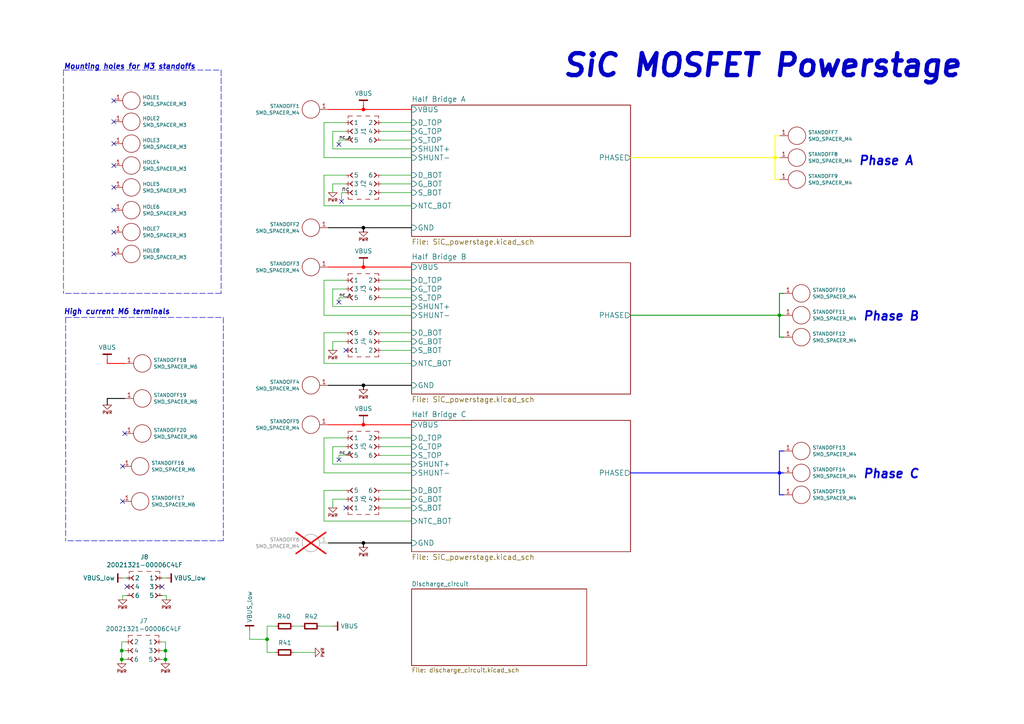
<source format=kicad_sch>
(kicad_sch (version 20231120) (generator "eeschema") (generator_version "8.0")
  (paper "A4")
  (lib_symbols
    (symbol "conn-100mil:CONN-100MIL-F-2x3" (pin_numbers hide) (pin_names (offset 1.016))
      (property "Reference" "J" (at 0 6.35 0))
      (property "Value" "CONN-100MIL-F-2x3" (at 0 3.81 0))
      (symbol "CONN-100MIL-F-2x3_0_1"
        (polyline (pts (xy -4.445 -4.445) (xy -4.445 -5.08)))
        (polyline (pts (xy -4.445 -1.905) (xy -4.445 -3.175)))
        (polyline (pts (xy -4.445 0) (xy -4.445 -0.635)))
        (polyline (pts (xy -4.445 0.635) (xy -4.445 0)))
        (polyline (pts (xy -1.905 1.905) (xy -0.635 1.905)))
        (polyline (pts (xy 0.635 1.905) (xy 1.905 1.905)))
        (polyline (pts (xy 4.445 -4.445) (xy 4.445 -5.08)))
        (polyline (pts (xy 4.445 -1.905) (xy 4.445 -3.175)))
        (polyline (pts (xy 4.445 0) (xy 4.445 -0.635)))
        (polyline (pts (xy 4.445 0.635) (xy 4.445 0)))
        (polyline (pts (xy -4.445 1.27) (xy -4.445 1.905) (xy -3.175 1.905)))
        (polyline (pts (xy -3.175 -4.445) (xy -3.81 -5.08) (xy -3.175 -5.715)) (stroke (width 0.254)))
        (polyline (pts (xy -3.175 -1.905) (xy -3.81 -2.54) (xy -3.175 -3.175)) (stroke (width 0.254)))
        (polyline (pts (xy -3.175 0.635) (xy -3.81 0) (xy -3.175 -0.635)) (stroke (width 0.254)))
        (polyline (pts (xy 3.175 -4.445) (xy 3.81 -5.08) (xy 3.175 -5.715)) (stroke (width 0.254)))
        (polyline (pts (xy 3.175 -1.905) (xy 3.81 -2.54) (xy 3.175 -3.175)) (stroke (width 0.254)))
        (polyline (pts (xy 3.175 0.635) (xy 3.81 0) (xy 3.175 -0.635)) (stroke (width 0.254)))
        (polyline (pts (xy 3.175 1.905) (xy 4.445 1.905) (xy 4.445 1.27)))
      )
      (symbol "CONN-100MIL-F-2x3_0_2"
        (polyline (pts (xy -1.905 -9.525) (xy -1.905 -10.16)))
        (polyline (pts (xy -1.905 -6.985) (xy -1.905 -8.255)))
        (polyline (pts (xy -1.905 -4.445) (xy -1.905 -5.715)))
        (polyline (pts (xy -1.905 -1.905) (xy -1.905 -3.175)))
        (polyline (pts (xy -1.905 0.635) (xy -1.905 -0.635)))
        (polyline (pts (xy 1.905 -12.7) (xy 1.905 -12.065)))
        (polyline (pts (xy 1.905 -8.255) (xy 1.905 -6.985)))
        (polyline (pts (xy 1.905 -3.175) (xy 1.905 -1.905)))
        (polyline (pts (xy -3.175 -9.525) (xy -2.54 -10.16) (xy -3.175 -10.795)) (stroke (width 0.254)))
        (polyline (pts (xy -3.175 -4.445) (xy -2.54 -5.08) (xy -3.175 -5.715)) (stroke (width 0.254)))
        (polyline (pts (xy -3.175 0.635) (xy -2.54 0) (xy -3.175 -0.635)) (stroke (width 0.254)))
        (polyline (pts (xy -1.905 1.27) (xy -1.905 1.905) (xy -0.635 1.905)))
        (polyline (pts (xy 0.635 -12.065) (xy 1.27 -12.7) (xy 0.635 -13.335)) (stroke (width 0.254)))
        (polyline (pts (xy 0.635 -6.985) (xy 1.27 -7.62) (xy 0.635 -8.255)) (stroke (width 0.254)))
        (polyline (pts (xy 0.635 -1.905) (xy 1.27 -2.54) (xy 0.635 -3.175)) (stroke (width 0.254)))
        (polyline (pts (xy 0.635 1.905) (xy 1.905 1.905) (xy 1.905 1.27)))
      )
      (symbol "CONN-100MIL-F-2x3_1_1"
        (pin passive line (at -5.08 0 0) (length 1.27) (name "1") (number "1"))
        (pin passive line (at 5.08 0 180) (length 1.27) (name "2") (number "2"))
        (pin passive line (at -5.08 -2.54 0) (length 1.27) (name "3") (number "3"))
        (pin passive line (at 5.08 -2.54 180) (length 1.27) (name "4") (number "4"))
        (pin passive line (at -5.08 -5.08 0) (length 1.27) (name "5") (number "5"))
        (pin passive line (at 5.08 -5.08 180) (length 1.27) (name "6") (number "6"))
      )
      (symbol "CONN-100MIL-F-2x3_1_2"
        (pin passive line (at -1.27 0 180) (length 1.27) (name "1") (number "1"))
        (pin passive line (at 2.54 -2.54 180) (length 1.27) (name "2") (number "2"))
        (pin passive line (at -1.27 -5.08 180) (length 1.27) (name "3") (number "3"))
        (pin passive line (at 2.54 -7.62 180) (length 1.27) (name "4") (number "4"))
        (pin passive line (at -1.27 -10.16 180) (length 1.27) (name "5") (number "5"))
        (pin passive line (at 2.54 -12.7 180) (length 1.27) (name "6") (number "6"))
      )
    )
    (symbol "paltatech:MOUNTING_HOLE" (pin_names (offset 1.016))
      (property "Reference" "HOLE" (at 0 -3.81 0))
      (property "Value" "paltatech_MOUNTING_HOLE" (at -1.27 3.81 0))
      (symbol "MOUNTING_HOLE_0_1"
        (circle (center 0 0) (radius 2.54))
      )
      (symbol "MOUNTING_HOLE_1_1"
        (pin input line (at -5.08 0 0) (length 2.54) (name "~") (number "1"))
      )
    )
    (symbol "pasv-res:R-1206" (pin_numbers hide) (pin_names (offset 0))
      (property "Reference" "R" (at 6.35 1.27 0))
      (property "Value" "R-1206" (at 6.35 -1.27 0))
      (symbol "R-1206_0_1"
        (rectangle (start -0.762 1.778) (end 0.762 -1.778) (stroke (width 0.381)))
        (polyline (pts (xy 0 -1.778) (xy 0 -2.032)))
        (polyline (pts (xy 0 1.778) (xy 0 1.905)))
      )
      (symbol "R-1206_1_1"
        (pin passive line (at 0 2.54 270) (length 0.635) (name "~") (number "1"))
        (pin passive line (at 0 -2.54 90) (length 0.635) (name "~") (number "2"))
      )
    )
    (symbol "power1:PWRGND" (power) (pin_names (offset 0))
      (symbol "PWRGND_0_0"
        (text "PWR" (at 0 -2.159 0) (effects (font (size 0.889 0.889))))
      )
      (symbol "PWRGND_0_1"
        (polyline (pts (xy -1.27 0) (xy 0 -1.27) (xy 1.27 0) (xy -1.27 0)))
      )
      (symbol "PWRGND_1_1"
        (pin power_in line (at 0 0 90) (length 0) hide (name "PWRGND") (number "1"))
      )
    )
    (symbol "power1:VBUS" (power) (pin_names (offset 0))
      (property "Value" "VBUS" (at 0 2.54 0))
      (symbol "VBUS_0_1"
        (polyline (pts (xy 0 0.762) (xy 0 0)))
        (polyline (pts (xy 0 1.27) (xy 0 0.762)))
        (polyline (pts (xy -1.27 1.524) (xy 1.27 1.524) (xy 1.27 1.27) (xy -1.27 1.27) (xy -1.27 1.524)) (fill (type outline)))
      )
      (symbol "VBUS_1_1"
        (pin power_in line (at 0 0 90) (length 0) hide (name "VBUS") (number "1"))
      )
    )
  )
  (junction (at 105.41 31.75) (color 255 0 0 1))
  (junction (at 105.41 66.04) (color 0 0 0 1))
  (junction (at 35.306 188.722))
  (junction (at 226.06 137.16) (color 0 0 255 1))
  (junction (at 77.47 185.42))
  (junction (at 105.41 111.76) (color 0 0 0 1))
  (junction (at 105.41 123.19) (color 255 0 0 1))
  (junction (at 224.79 45.72) (color 255 255 0 1))
  (junction (at 35.306 191.262))
  (junction (at 48.006 191.262))
  (junction (at 48.006 188.722))
  (junction (at 105.41 77.47) (color 255 0 0 1))
  (junction (at 105.41 157.48) (color 0 0 0 1))
  (junction (at 226.06 91.44))
  (no_connect (at 98.298 41.91))
  (no_connect (at 100.33 147.32))
  (no_connect (at 33.02 54.356))
  (no_connect (at 33.02 73.66))
  (no_connect (at 33.02 60.96))
  (no_connect (at 98.298 87.63))
  (no_connect (at 99.06 58.42))
  (no_connect (at 33.02 48.006))
  (no_connect (at 33.02 29.21))
  (no_connect (at 36.83 170.18))
  (no_connect (at 100.33 101.6))
  (no_connect (at 35.56 135.255))
  (no_connect (at 35.56 145.415))
  (no_connect (at 33.02 35.306))
  (no_connect (at 46.99 170.18))
  (no_connect (at 33.02 41.656))
  (no_connect (at 98.298 133.35))
  (no_connect (at 36.195 125.73))
  (no_connect (at 33.02 67.31))
  (wire (pts (xy 98.298 86.36) (xy 98.298 87.63)))
  (polyline (pts (xy 64.135 85.09) (xy 18.415 85.09)) (stroke (width 0) (type dash)))
  (wire (pts (xy 224.79 45.72) (xy 226.06 45.72)) (stroke (width 0.25) (color 255 255 0 1)))
  (wire (pts (xy 226.06 137.16) (xy 227.33 137.16)) (stroke (width 0.25) (color 0 0 255 1)))
  (wire (pts (xy 95.25 77.47) (xy 105.41 77.47)) (stroke (width 0.25) (color 255 0 0 1)))
  (wire (pts (xy 98.298 132.08) (xy 98.298 133.35)))
  (wire (pts (xy 85.09 181.61) (xy 87.63 181.61)))
  (wire (pts (xy 31.115 115.57) (xy 36.195 115.57)) (stroke (width 0.25) (color 0 0 0 1)))
  (polyline (pts (xy 19.05 92.075) (xy 19.05 156.845)) (stroke (width 0) (type dash)))
  (wire (pts (xy 48.006 192.532) (xy 48.006 191.262)))
  (wire (pts (xy 119.38 134.62) (xy 96.52 134.62)))
  (wire (pts (xy 93.98 137.16) (xy 93.98 127)))
  (wire (pts (xy 105.41 111.76) (xy 119.38 111.76)) (stroke (width 0.25) (color 0 0 0 1)))
  (wire (pts (xy 110.49 40.64) (xy 119.38 40.64)))
  (wire (pts (xy 105.41 31.75) (xy 119.38 31.75)) (stroke (width 0.25) (color 255 0 0 1)))
  (wire (pts (xy 110.49 99.06) (xy 119.38 99.06)))
  (polyline (pts (xy 18.415 20.32) (xy 64.135 20.32)) (stroke (width 0) (type dash)))
  (wire (pts (xy 48.26 173.99) (xy 48.26 172.72)))
  (wire (pts (xy 110.49 129.54) (xy 119.38 129.54)))
  (wire (pts (xy 110.49 83.82) (xy 119.38 83.82)))
  (wire (pts (xy 36.576 186.182) (xy 35.306 186.182)))
  (wire (pts (xy 226.06 85.09) (xy 226.06 91.44)) (stroke (width 0.25) (color 0 132 0 1)))
  (wire (pts (xy 226.06 52.07) (xy 224.79 52.07)) (stroke (width 0.25) (color 255 255 0 1)))
  (wire (pts (xy 110.49 55.88) (xy 119.38 55.88)))
  (polyline (pts (xy 19.05 92.075) (xy 64.77 92.075)) (stroke (width 0) (type dash)))
  (wire (pts (xy 110.49 35.56) (xy 119.38 35.56)))
  (wire (pts (xy 96.52 43.18) (xy 96.52 38.1)))
  (wire (pts (xy 226.06 137.16) (xy 226.06 143.51)) (stroke (width 0.25) (color 0 0 255 1)))
  (wire (pts (xy 93.98 151.13) (xy 119.38 151.13)))
  (wire (pts (xy 110.49 101.6) (xy 119.38 101.6)))
  (wire (pts (xy 48.26 172.72) (xy 46.99 172.72)))
  (wire (pts (xy 93.98 142.24) (xy 93.98 151.13)))
  (wire (pts (xy 72.39 185.42) (xy 77.47 185.42)))
  (wire (pts (xy 100.33 81.28) (xy 93.98 81.28)))
  (wire (pts (xy 227.33 143.51) (xy 226.06 143.51)) (stroke (width 0.25) (color 0 0 255 1)))
  (wire (pts (xy 77.47 189.23) (xy 80.01 189.23)))
  (wire (pts (xy 95.25 111.76) (xy 105.41 111.76)) (stroke (width 0.25) (color 0 0 0 1)))
  (wire (pts (xy 48.006 188.722) (xy 48.006 186.182)))
  (wire (pts (xy 98.298 40.64) (xy 100.33 40.64)))
  (wire (pts (xy 105.41 157.48) (xy 119.38 157.48)) (stroke (width 0.25) (color 0 0 0 1)))
  (wire (pts (xy 93.98 105.41) (xy 119.38 105.41)))
  (wire (pts (xy 119.38 45.72) (xy 93.98 45.72)))
  (wire (pts (xy 35.56 167.64) (xy 36.83 167.64)))
  (wire (pts (xy 105.41 77.47) (xy 119.38 77.47)) (stroke (width 0.25) (color 255 0 0 1)))
  (wire (pts (xy 100.33 83.82) (xy 96.52 83.82)))
  (wire (pts (xy 182.88 91.44) (xy 226.06 91.44)) (stroke (width 0.25)))
  (wire (pts (xy 110.49 144.78) (xy 119.38 144.78)))
  (wire (pts (xy 96.52 99.06) (xy 100.33 99.06)))
  (wire (pts (xy 35.56 173.99) (xy 35.56 172.72)))
  (polyline (pts (xy 64.135 20.32) (xy 64.135 85.09)) (stroke (width 0) (type dash)))
  (wire (pts (xy 119.38 91.44) (xy 93.98 91.44)))
  (wire (pts (xy 119.38 43.18) (xy 96.52 43.18)))
  (wire (pts (xy 96.52 101.6) (xy 96.52 99.06)))
  (wire (pts (xy 100.33 127) (xy 93.98 127)))
  (wire (pts (xy 227.33 85.09) (xy 226.06 85.09)) (stroke (width 0.25) (color 0 132 0 1)))
  (wire (pts (xy 48.006 186.182) (xy 46.736 186.182)))
  (wire (pts (xy 105.41 66.04) (xy 105.41 67.31)) (stroke (width 0.25) (color 0 0 0 1)))
  (wire (pts (xy 110.49 147.32) (xy 119.38 147.32)))
  (wire (pts (xy 110.49 50.8) (xy 119.38 50.8)))
  (wire (pts (xy 119.38 137.16) (xy 93.98 137.16)))
  (wire (pts (xy 96.52 147.32) (xy 96.52 144.78)))
  (wire (pts (xy 96.52 55.88) (xy 96.52 53.34)))
  (wire (pts (xy 100.33 38.1) (xy 96.52 38.1)))
  (wire (pts (xy 227.33 130.81) (xy 226.06 130.81)) (stroke (width 0.25) (color 0 0 255 1)))
  (wire (pts (xy 110.49 53.34) (xy 119.38 53.34)))
  (wire (pts (xy 224.79 39.37) (xy 224.79 45.72)) (stroke (width 0.25) (color 255 255 0 1)))
  (wire (pts (xy 35.306 191.262) (xy 36.576 191.262)))
  (wire (pts (xy 80.01 181.61) (xy 77.47 181.61)))
  (wire (pts (xy 95.25 31.75) (xy 105.41 31.75)) (stroke (width 0.25) (color 255 0 0 1)))
  (wire (pts (xy 93.98 91.44) (xy 93.98 81.28)))
  (wire (pts (xy 100.33 50.8) (xy 93.98 50.8)))
  (wire (pts (xy 105.41 30.48) (xy 105.41 31.75)) (stroke (width 0.25) (color 255 0 0 1)))
  (wire (pts (xy 95.25 123.19) (xy 105.41 123.19)) (stroke (width 0.25) (color 255 0 0 1)))
  (polyline (pts (xy 64.77 156.845) (xy 19.05 156.845)) (stroke (width 0) (type dash)))
  (wire (pts (xy 227.33 97.79) (xy 226.06 97.79)) (stroke (width 0.25) (color 0 132 0 1)))
  (wire (pts (xy 182.88 137.16) (xy 226.06 137.16)) (stroke (width 0.25) (color 0 0 255 1)))
  (wire (pts (xy 226.06 97.79) (xy 226.06 91.44)) (stroke (width 0.25) (color 0 132 0 1)))
  (wire (pts (xy 105.41 157.48) (xy 105.41 158.75)) (stroke (width 0.25) (color 0 0 0 1)))
  (wire (pts (xy 77.47 185.42) (xy 77.47 189.23)))
  (wire (pts (xy 36.576 188.722) (xy 35.306 188.722)))
  (wire (pts (xy 93.98 45.72) (xy 93.98 35.56)))
  (wire (pts (xy 100.33 35.56) (xy 93.98 35.56)))
  (wire (pts (xy 100.33 142.24) (xy 93.98 142.24)))
  (wire (pts (xy 85.09 189.23) (xy 91.44 189.23)))
  (wire (pts (xy 105.41 121.92) (xy 105.41 123.19)) (stroke (width 0.25) (color 255 0 0 1)))
  (wire (pts (xy 99.06 55.88) (xy 99.06 58.42)))
  (wire (pts (xy 110.49 132.08) (xy 119.38 132.08)))
  (wire (pts (xy 105.41 111.76) (xy 105.41 113.03)) (stroke (width 0.25) (color 0 0 0 1)))
  (wire (pts (xy 35.306 192.532) (xy 35.306 191.262)))
  (wire (pts (xy 226.06 130.81) (xy 226.06 137.16)) (stroke (width 0.25) (color 0 0 255 1)))
  (wire (pts (xy 100.33 55.88) (xy 99.06 55.88)))
  (wire (pts (xy 100.33 129.54) (xy 96.52 129.54)))
  (wire (pts (xy 35.306 186.182) (xy 35.306 188.722)))
  (wire (pts (xy 48.006 188.722) (xy 46.736 188.722)))
  (wire (pts (xy 182.88 45.72) (xy 224.79 45.72)) (stroke (width 0.25) (color 255 255 0 1)))
  (wire (pts (xy 100.33 96.52) (xy 93.98 96.52)))
  (wire (pts (xy 98.298 132.08) (xy 100.33 132.08)))
  (wire (pts (xy 226.06 91.44) (xy 227.33 91.44)) (stroke (width 0.25) (color 0 132 0 1)))
  (wire (pts (xy 95.25 157.48) (xy 105.41 157.48)) (stroke (width 0.25) (color 0 0 0 1)))
  (wire (pts (xy 110.49 86.36) (xy 119.38 86.36)))
  (wire (pts (xy 92.71 181.61) (xy 96.52 181.61)))
  (wire (pts (xy 48.26 167.64) (xy 46.99 167.64)))
  (wire (pts (xy 48.006 191.262) (xy 46.736 191.262)))
  (wire (pts (xy 110.49 38.1) (xy 119.38 38.1)))
  (wire (pts (xy 96.52 134.62) (xy 96.52 129.54)))
  (wire (pts (xy 110.49 81.28) (xy 119.38 81.28)))
  (polyline (pts (xy 64.77 92.075) (xy 64.77 156.845)) (stroke (width 0) (type dash)))
  (wire (pts (xy 110.49 96.52) (xy 119.38 96.52)))
  (wire (pts (xy 110.49 127) (xy 119.38 127)))
  (wire (pts (xy 96.52 144.78) (xy 100.33 144.78)))
  (wire (pts (xy 105.41 123.19) (xy 119.38 123.19)) (stroke (width 0.25) (color 255 0 0 1)))
  (wire (pts (xy 93.98 96.52) (xy 93.98 105.41)))
  (wire (pts (xy 35.306 188.722) (xy 35.306 191.262)))
  (wire (pts (xy 93.98 50.8) (xy 93.98 59.69)))
  (wire (pts (xy 98.298 40.64) (xy 98.298 41.91)))
  (wire (pts (xy 110.49 142.24) (xy 119.38 142.24)))
  (wire (pts (xy 119.38 88.9) (xy 96.52 88.9)))
  (wire (pts (xy 93.98 59.69) (xy 119.38 59.69)))
  (wire (pts (xy 96.52 53.34) (xy 100.33 53.34)))
  (wire (pts (xy 96.52 88.9) (xy 96.52 83.82)))
  (wire (pts (xy 226.06 39.37) (xy 224.79 39.37)) (stroke (width 0.25) (color 255 255 0 1)))
  (wire (pts (xy 98.298 86.36) (xy 100.33 86.36)))
  (wire (pts (xy 31.115 115.57) (xy 31.115 117.475)) (stroke (width 0.25) (color 0 0 0 1)))
  (wire (pts (xy 35.56 172.72) (xy 36.83 172.72)))
  (wire (pts (xy 48.006 191.262) (xy 48.006 188.722)))
  (wire (pts (xy 31.115 104.14) (xy 31.115 105.41)) (stroke (width 0.25) (color 255 0 0 1)))
  (wire (pts (xy 31.115 105.41) (xy 36.195 105.41)) (stroke (width 0.25) (color 255 0 0 1)))
  (wire (pts (xy 77.47 181.61) (xy 77.47 185.42)))
  (wire (pts (xy 72.39 182.88) (xy 72.39 185.42)))
  (wire (pts (xy 105.41 76.2) (xy 105.41 77.47)) (stroke (width 0.25) (color 255 0 0 1)))
  (polyline (pts (xy 18.415 20.32) (xy 18.415 85.09)) (stroke (width 0) (type dash)))
  (wire (pts (xy 95.25 66.04) (xy 105.41 66.04)) (stroke (width 0.25) (color 0 0 0 1)))
  (wire (pts (xy 224.79 52.07) (xy 224.79 45.72)) (stroke (width 0.25) (color 255 255 0 1)))
  (wire (pts (xy 105.41 66.04) (xy 119.38 66.04)) (stroke (width 0.25) (color 0 0 0 1)))
  (text "High current M6 terminals" (at 18.415 91.44 0) (effects (font (size 1.524 1.524) (thickness 0.3048) (bold yes) (italic yes)) (justify left bottom)))
  (text "Mounting holes for M3 standoffs" (at 18.415 20.32 0) (effects (font (size 1.524 1.524) (thickness 0.3048) (bold yes) (italic yes)) (justify left bottom)))
  (text "Phase B" (at 250.19 93.345 0) (effects (font (size 2.54 2.54) (thickness 0.508) (bold yes) (italic yes)) (justify left bottom)))
  (text "Phase A" (at 248.92 48.26 0) (effects (font (size 2.54 2.54) (thickness 0.508) (bold yes) (italic yes)) (justify left bottom)))
  (text "Phase C" (at 250.19 139.065 0) (effects (font (size 2.54 2.54) (thickness 0.508) (bold yes) (italic yes)) (justify left bottom)))
  (text "SiC MOSFET Powerstage" (at 162.814 22.86 0) (effects (font (size 6.35 6.35) (thickness 1.27) (bold yes) (italic yes)) (justify left bottom)))
  (label "nc" (at 99.06 55.88 0))
  (label "nc_a" (at 98.298 40.64 0) (effects (font (size 1 1))))
  (label "nc_a" (at 98.298 86.36 0) (effects (font (size 1 1))))
  (label "nc_a" (at 98.298 132.08 0) (effects (font (size 1 1))))
  (symbol (lib_id "paltatech:MOUNTING_HOLE") (at 38.1 48.006 0) (unit 1)
    (property "Reference" "HOLE4" (at 41.3512 47.0408 0) (effects (font (size 1.016 1.016)) (justify left)))
    (property "Value" "SMD_SPACER_M3" (at 41.3512 48.9712 0) (effects (font (size 1.016 1.016)) (justify left)))
    (property "Footprint" "SMD-Standoffs:SMTSO-36-6" (effects (hide yes)))
    (property "MFR" "Sinhoo" (effects (hide yes)))
    (property "MPN" "SMTSO-36-60-MTJ" (effects (hide yes)))
    (property "BOM" "M3 Standoff " (effects (hide yes)))
  )
  (symbol (lib_id "power1:VBUS") (at 96.52 181.61 270) (unit 1)
    (property "Reference" "#PWR016" (effects (hide yes)))
    (property "Value" "VBUS" (at 98.7552 181.61 90) (effects (justify left)))
  )
  (symbol (lib_id "paltatech:MOUNTING_HOLE") (at 38.1 41.656 0) (unit 1)
    (property "Reference" "HOLE3" (at 41.3512 40.6908 0) (effects (font (size 1.016 1.016)) (justify left)))
    (property "Value" "SMD_SPACER_M3" (at 41.3512 42.6212 0) (effects (font (size 1.016 1.016)) (justify left)))
    (property "Footprint" "SMD-Standoffs:SMTSO-36-6" (effects (hide yes)))
    (property "MFR" "Sinhoo" (effects (hide yes)))
    (property "MPN" "SMTSO-36-60-MTJ" (effects (hide yes)))
    (property "BOM" "M3 Standoff " (effects (hide yes)))
  )
  (symbol (lib_id "paltatech:MOUNTING_HOLE") (at 232.41 85.09 0) (unit 1)
    (property "Reference" "STANDOFF10" (at 235.6612 84.1248 0) (effects (font (size 1.016 1.016)) (justify left)))
    (property "Value" "SMD_SPACER_M4" (at 235.6612 86.0552 0) (effects (font (size 1.016 1.016)) (justify left)))
    (property "Footprint" "SMD-Standoffs:Standoff_M4" (effects (hide yes)))
    (property "MPN" "SMTSO-40-120-M-T-S" (effects (hide yes)))
    (property "MFR" "Sinhoo" (effects (hide yes)))
  )
  (symbol (lib_id "power1:PWRGND") (at 105.41 67.31 0) (unit 1)
    (property "Reference" "#PWR03" (effects (hide yes)))
    (property "Value" "PWRGND" (effects (hide yes)))
  )
  (symbol (lib_id "conn-100mil:CONN-100MIL-F-2x3") (at 105.41 127 0) (unit 1)
    (property "Reference" "J5" (at 105.41 129.54 90))
    (property "Value" "20021321-00006C4LF" (effects (hide yes)))
    (property "Footprint" "conn-fci:CONN-20021321-00006C4LF" (effects (hide yes)))
    (property "MPN" "20021321-00006C4LF" (effects (hide yes)))
    (property "MFR" "Amphenol" (effects (hide yes)))
  )
  (symbol (lib_id "power1:VBUS") (at 105.41 30.48 0) (unit 1)
    (property "Reference" "#PWR02" (effects (hide yes)))
    (property "Value" "VBUS" (at 105.41 27.1018 0))
  )
  (symbol (lib_id "power1:PWRGND") (at 91.44 189.23 90) (mirror x) (unit 1)
    (property "Reference" "#PWR021" (effects (hide yes)))
    (property "Value" "PWRGND" (effects (hide yes)))
  )
  (symbol (lib_id "power1:VBUS") (at 105.41 121.92 0) (unit 1)
    (property "Reference" "#PWR08" (effects (hide yes)))
    (property "Value" "VBUS" (at 105.41 118.5418 0))
  )
  (symbol (lib_id "paltatech:MOUNTING_HOLE") (at 90.17 77.47 0) (mirror y) (unit 1)
    (property "Reference" "STANDOFF3" (at 86.9188 76.5048 0) (effects (font (size 1.016 1.016)) (justify left)))
    (property "Value" "SMD_SPACER_M4" (at 86.9188 78.4352 0) (effects (font (size 1.016 1.016)) (justify left)))
    (property "Footprint" "SMD-Standoffs:Standoff_M4" (effects (hide yes)))
    (property "MPN" "SMTSO-40-120-M-T-S" (effects (hide yes)))
    (property "MFR" "Sinhoo" (effects (hide yes)))
  )
  (symbol (lib_id "pasv-res:R-1206") (at 82.55 181.61 90) (unit 1)
    (property "Reference" "R40" (at 84.328 178.816 90) (effects (justify left)))
    (property "Value" "R-1206" (effects (hide yes)))
    (property "Footprint" "IPC7351-Nominal:RESC3216X60" (effects (hide yes)))
    (property "Description" "Chip resistor, EIA 1206, metric 3216" (effects (hide yes)))
    (property "BOM" "RES SMD 1k 5% [1206]" (effects (hide yes)))
  )
  (symbol (lib_id "paltatech:MOUNTING_HOLE") (at 38.1 67.31 0) (unit 1)
    (property "Reference" "HOLE7" (at 41.3512 66.3448 0) (effects (font (size 1.016 1.016)) (justify left)))
    (property "Value" "SMD_SPACER_M3" (at 41.3512 68.2752 0) (effects (font (size 1.016 1.016)) (justify left)))
    (property "Footprint" "SMD-Standoffs:SMTSO-36-6" (effects (hide yes)))
    (property "MFR" "Sinhoo" (effects (hide yes)))
    (property "MPN" "SMTSO-36-60-MTJ" (effects (hide yes)))
    (property "BOM" "M3 Standoff " (effects (hide yes)))
  )
  (symbol (lib_id "power1:PWRGND") (at 35.306 192.532 0) (unit 1)
    (property "Reference" "#PWR012" (effects (hide yes)))
    (property "Value" "PWRGND" (effects (hide yes)))
  )
  (symbol (lib_id "paltatech:MOUNTING_HOLE") (at 40.64 135.255 0) (unit 1)
    (property "Reference" "STANDOFF16" (at 43.8912 134.2898 0) (effects (font (size 1.016 1.016)) (justify left)))
    (property "Value" "SMD_SPACER_M6" (at 43.8912 136.2202 0) (effects (font (size 1.016 1.016)) (justify left)))
    (property "Footprint" "SMD-Standoffs:Standoff_M4" (effects (hide yes)))
    (property "BOM" "Brass Inserts(M6*8*12)" (effects (hide yes)))
    (property "MFR" "HKY" (effects (hide yes)))
    (property "MPN" "Brass Inserts(M6*8*12)" (effects (hide yes)))
  )
  (symbol (lib_id "paltatech:MOUNTING_HOLE") (at 90.17 31.75 0) (mirror y) (unit 1)
    (property "Reference" "STANDOFF1" (at 86.9188 30.7848 0) (effects (font (size 1.016 1.016)) (justify left)))
    (property "Value" "SMD_SPACER_M4" (at 86.9188 32.7152 0) (effects (font (size 1.016 1.016)) (justify left)))
    (property "Footprint" "SMD-Standoffs:Standoff_M4" (effects (hide yes)))
    (property "MPN" "SMTSO-40-120-M-T-S" (effects (hide yes)))
    (property "MFR" "Sinhoo" (effects (hide yes)))
  )
  (symbol (lib_id "power1:PWRGND") (at 48.006 192.532 0) (unit 1)
    (property "Reference" "#PWR015" (effects (hide yes)))
    (property "Value" "PWRGND" (effects (hide yes)))
  )
  (symbol (lib_id "power1:PWRGND") (at 96.52 55.88 0) (unit 1)
    (property "Reference" "#PWR01" (effects (hide yes)))
    (property "Value" "PWRGND" (effects (hide yes)))
  )
  (symbol (lib_id "paltatech:MOUNTING_HOLE") (at 231.14 39.37 0) (unit 1)
    (property "Reference" "STANDOFF7" (at 234.3912 38.4048 0) (effects (font (size 1.016 1.016)) (justify left)))
    (property "Value" "SMD_SPACER_M4" (at 234.3912 40.3352 0) (effects (font (size 1.016 1.016)) (justify left)))
    (property "Footprint" "SMD-Standoffs:Standoff_M4" (effects (hide yes)))
    (property "MPN" "SMTSO-40-120-M-T-S" (effects (hide yes)))
    (property "MFR" "Sinhoo" (effects (hide yes)))
  )
  (symbol (lib_id "power1:PWRGND") (at 31.115 117.475 0) (unit 1)
    (property "Reference" "#PWR011" (effects (hide yes)))
    (property "Value" "PWRGND" (effects (hide yes)))
  )
  (symbol (lib_id "paltatech:MOUNTING_HOLE") (at 38.1 60.96 0) (unit 1)
    (property "Reference" "HOLE6" (at 41.3512 59.9948 0) (effects (font (size 1.016 1.016)) (justify left)))
    (property "Value" "SMD_SPACER_M3" (at 41.3512 61.9252 0) (effects (font (size 1.016 1.016)) (justify left)))
    (property "Footprint" "SMD-Standoffs:SMTSO-36-6" (effects (hide yes)))
    (property "MFR" "Sinhoo" (effects (hide yes)))
    (property "MPN" "SMTSO-36-60-MTJ" (effects (hide yes)))
    (property "BOM" "M3 Standoff " (effects (hide yes)))
  )
  (symbol (lib_id "power1:PWRGND") (at 96.52 147.32 0) (unit 1)
    (property "Reference" "#PWR07" (effects (hide yes)))
    (property "Value" "PWRGND" (effects (hide yes)))
  )
  (symbol (lib_id "paltatech:MOUNTING_HOLE") (at 232.41 137.16 0) (unit 1)
    (property "Reference" "STANDOFF14" (at 235.6612 136.1948 0) (effects (font (size 1.016 1.016)) (justify left)))
    (property "Value" "SMD_SPACER_M4" (at 235.6612 138.1252 0) (effects (font (size 1.016 1.016)) (justify left)))
    (property "Footprint" "SMD-Standoffs:Standoff_M4" (effects (hide yes)))
    (property "MPN" "SMTSO-40-120-M-T-S" (effects (hide yes)))
    (property "MFR" "Sinhoo" (effects (hide yes)))
  )
  (symbol (lib_id "power1:PWRGND") (at 105.41 158.75 0) (unit 1)
    (property "Reference" "#PWR09" (effects (hide yes)))
    (property "Value" "PWRGND" (effects (hide yes)))
  )
  (symbol (lib_id "paltatech:MOUNTING_HOLE") (at 40.64 145.415 0) (unit 1)
    (property "Reference" "STANDOFF17" (at 43.8912 144.4498 0) (effects (font (size 1.016 1.016)) (justify left)))
    (property "Value" "SMD_SPACER_M6" (at 43.8912 146.3802 0) (effects (font (size 1.016 1.016)) (justify left)))
    (property "Footprint" "SMD-Standoffs:Standoff_M4" (effects (hide yes)))
    (property "BOM" "Brass Inserts(M6*8*12)" (effects (hide yes)))
    (property "MFR" "HKY" (effects (hide yes)))
    (property "MPN" "Brass Inserts(M6*8*12)" (effects (hide yes)))
  )
  (symbol (lib_id "conn-100mil:CONN-100MIL-F-2x3") (at 41.656 186.182 0) (mirror y) (unit 1)
    (property "Reference" "J7" (at 41.656 180.086 0))
    (property "Value" "20021321-00006C4LF" (at 41.656 182.3974 0))
    (property "Footprint" "conn-fci:CONN-20021321-00006C4LF" (effects (hide yes)))
    (property "MPN" "20021321-00006C4LF" (effects (hide yes)))
    (property "MFR" "Amphenol" (effects (hide yes)))
  )
  (symbol (lib_id "power1:VBUS") (at 35.56 167.64 90) (unit 1)
    (property "Reference" "#PWR024" (effects (hide yes)))
    (property "Value" "VBUS_low" (at 33.3248 167.64 90) (effects (justify left)))
  )
  (symbol (lib_id "power1:VBUS") (at 31.115 104.14 0) (unit 1)
    (property "Reference" "#PWR010" (effects (hide yes)))
    (property "Value" "VBUS" (at 31.115 100.7618 0))
  )
  (symbol (lib_id "power1:PWRGND") (at 35.56 173.99 0) (unit 1)
    (property "Reference" "#PWR014" (effects (hide yes)))
    (property "Value" "PWRGND" (effects (hide yes)))
  )
  (symbol (lib_id "paltatech:MOUNTING_HOLE") (at 232.41 143.51 0) (unit 1)
    (property "Reference" "STANDOFF15" (at 235.6612 142.5448 0) (effects (font (size 1.016 1.016)) (justify left)))
    (property "Value" "SMD_SPACER_M4" (at 235.6612 144.4752 0) (effects (font (size 1.016 1.016)) (justify left)))
    (property "Footprint" "SMD-Standoffs:Standoff_M4" (effects (hide yes)))
    (property "MPN" "SMTSO-40-120-M-T-S" (effects (hide yes)))
    (property "MFR" "Sinhoo" (effects (hide yes)))
  )
  (symbol (lib_id "paltatech:MOUNTING_HOLE") (at 232.41 130.81 0) (unit 1)
    (property "Reference" "STANDOFF13" (at 235.6612 129.8448 0) (effects (font (size 1.016 1.016)) (justify left)))
    (property "Value" "SMD_SPACER_M4" (at 235.6612 131.7752 0) (effects (font (size 1.016 1.016)) (justify left)))
    (property "Footprint" "SMD-Standoffs:Standoff_M4" (effects (hide yes)))
    (property "MPN" "SMTSO-40-120-M-T-S" (effects (hide yes)))
    (property "MFR" "Sinhoo" (effects (hide yes)))
  )
  (symbol (lib_id "power1:VBUS") (at 105.41 76.2 0) (unit 1)
    (property "Reference" "#PWR05" (effects (hide yes)))
    (property "Value" "VBUS" (at 105.41 72.8218 0))
  )
  (symbol (lib_id "paltatech:MOUNTING_HOLE") (at 232.41 91.44 0) (unit 1)
    (property "Reference" "STANDOFF11" (at 235.6612 90.4748 0) (effects (font (size 1.016 1.016)) (justify left)))
    (property "Value" "SMD_SPACER_M4" (at 235.6612 92.4052 0) (effects (font (size 1.016 1.016)) (justify left)))
    (property "Footprint" "SMD-Standoffs:Standoff_M4" (effects (hide yes)))
    (property "MPN" "SMTSO-40-120-M-T-S" (effects (hide yes)))
    (property "MFR" "Sinhoo" (effects (hide yes)))
  )
  (symbol (lib_id "conn-100mil:CONN-100MIL-F-2x3") (at 41.91 167.64 0) (mirror y) (unit 1)
    (property "Reference" "J8" (at 41.91 161.544 0))
    (property "Value" "20021321-00006C4LF" (at 41.91 163.8554 0))
    (property "Footprint" "conn-fci:CONN-20021321-00006C4LF" (effects (hide yes)))
    (property "MPN" "20021321-00006C4LF" (effects (hide yes)))
    (property "MFR" "Amphenol" (effects (hide yes)))
  )
  (symbol (lib_id "pasv-res:R-1206") (at 90.17 181.61 90) (unit 1)
    (property "Reference" "R42" (at 92.202 178.816 90) (effects (justify left)))
    (property "Value" "R-1206" (effects (hide yes)))
    (property "Footprint" "IPC7351-Nominal:RESC3216X60" (effects (hide yes)))
    (property "Description" "Chip resistor, EIA 1206, metric 3216" (effects (hide yes)))
    (property "BOM" "RES SMD 1k 5% [1206]" (effects (hide yes)))
  )
  (symbol (lib_id "paltatech:MOUNTING_HOLE") (at 38.1 73.66 0) (unit 1)
    (property "Reference" "HOLE8" (at 41.3512 72.6948 0) (effects (font (size 1.016 1.016)) (justify left)))
    (property "Value" "SMD_SPACER_M3" (at 41.3512 74.6252 0) (effects (font (size 1.016 1.016)) (justify left)))
    (property "Footprint" "SMD-Standoffs:SMTSO-36-6" (effects (hide yes)))
    (property "MFR" "Sinhoo" (effects (hide yes)))
    (property "MPN" "SMTSO-36-60-MTJ" (effects (hide yes)))
    (property "BOM" "M3 Standoff " (effects (hide yes)))
  )
  (symbol (lib_id "paltatech:MOUNTING_HOLE") (at 90.17 157.48 0) (mirror y) (unit 1) (in_bom no) (dnp yes)
    (property "Reference" "STANDOFF6" (at 86.9188 156.5148 0) (effects (font (size 1.016 1.016)) (justify left)))
    (property "Value" "SMD_SPACER_M4" (at 86.9188 158.4452 0) (effects (font (size 1.016 1.016)) (justify left)))
    (property "Footprint" "SMD-Standoffs:Standoff_M4" (effects (hide yes)))
    (property "MPN" "SMTSO-40-120-M-T-S" (effects (hide yes)))
    (property "MFR" "Sinhoo" (effects (hide yes)))
    (property "DNP" "DNP" (effects (hide yes)))
  )
  (symbol (lib_id "paltatech:MOUNTING_HOLE") (at 231.14 45.72 0) (unit 1)
    (property "Reference" "STANDOFF8" (at 234.3912 44.7548 0) (effects (font (size 1.016 1.016)) (justify left)))
    (property "Value" "SMD_SPACER_M4" (at 234.3912 46.6852 0) (effects (font (size 1.016 1.016)) (justify left)))
    (property "Footprint" "SMD-Standoffs:Standoff_M4" (effects (hide yes)))
    (property "MPN" "SMTSO-40-120-M-T-S" (effects (hide yes)))
    (property "MFR" "Sinhoo" (effects (hide yes)))
  )
  (symbol (lib_id "conn-100mil:CONN-100MIL-F-2x3") (at 105.41 55.88 0) (mirror x) (unit 1)
    (property "Reference" "J2" (at 105.41 53.34 90))
    (property "Value" "20021321-00006C4LF" (effects (hide yes)))
    (property "Footprint" "conn-fci:CONN-20021321-00006C4LF" (effects (hide yes)))
    (property "MPN" "20021321-00006C4LF" (effects (hide yes)))
    (property "MFR" "Amphenol" (effects (hide yes)))
  )
  (symbol (lib_id "power1:VBUS") (at 48.26 167.64 270) (unit 1)
    (property "Reference" "#PWR023" (effects (hide yes)))
    (property "Value" "VBUS_low" (at 50.4952 167.64 90) (effects (justify left)))
  )
  (symbol (lib_id "pasv-res:R-1206") (at 82.55 189.23 90) (unit 1)
    (property "Reference" "R41" (at 84.582 186.436 90) (effects (justify left)))
    (property "Value" "R-1206" (effects (hide yes)))
    (property "Footprint" "IPC7351-Nominal:RESC3216X60" (effects (hide yes)))
    (property "Description" "Chip resistor, EIA 1206, metric 3216" (effects (hide yes)))
    (property "BOM" "RES SMD 1k 5% [1206]" (effects (hide yes)))
  )
  (symbol (lib_id "conn-100mil:CONN-100MIL-F-2x3") (at 105.41 101.6 0) (mirror x) (unit 1)
    (property "Reference" "J4" (at 105.41 99.06 90))
    (property "Value" "20021321-00006C4LF" (effects (hide yes)))
    (property "Footprint" "conn-fci:CONN-20021321-00006C4LF" (effects (hide yes)))
    (property "MPN" "20021321-00006C4LF" (effects (hide yes)))
    (property "MFR" "Amphenol" (effects (hide yes)))
  )
  (symbol (lib_id "paltatech:MOUNTING_HOLE") (at 38.1 35.306 0) (unit 1)
    (property "Reference" "HOLE2" (at 41.3512 34.3408 0) (effects (font (size 1.016 1.016)) (justify left)))
    (property "Value" "SMD_SPACER_M3" (at 41.3512 36.2712 0) (effects (font (size 1.016 1.016)) (justify left)))
    (property "Footprint" "SMD-Standoffs:SMTSO-36-6" (effects (hide yes)))
    (property "MFR" "Sinhoo" (effects (hide yes)))
    (property "MPN" "SMTSO-36-60-MTJ" (effects (hide yes)))
    (property "BOM" "M3 Standoff " (effects (hide yes)))
  )
  (symbol (lib_id "power1:PWRGND") (at 96.52 101.6 0) (unit 1)
    (property "Reference" "#PWR04" (effects (hide yes)))
    (property "Value" "PWRGND" (effects (hide yes)))
  )
  (symbol (lib_id "paltatech:MOUNTING_HOLE") (at 38.1 54.356 0) (unit 1)
    (property "Reference" "HOLE5" (at 41.3512 53.3908 0) (effects (font (size 1.016 1.016)) (justify left)))
    (property "Value" "SMD_SPACER_M3" (at 41.3512 55.3212 0) (effects (font (size 1.016 1.016)) (justify left)))
    (property "Footprint" "SMD-Standoffs:SMTSO-36-6" (effects (hide yes)))
    (property "MFR" "Sinhoo" (effects (hide yes)))
    (property "MPN" "SMTSO-36-60-MTJ" (effects (hide yes)))
    (property "BOM" "M3 Standoff " (effects (hide yes)))
  )
  (symbol (lib_id "conn-100mil:CONN-100MIL-F-2x3") (at 105.41 35.56 0) (unit 1)
    (property "Reference" "J1" (at 105.41 38.1 90))
    (property "Value" "20021321-00006C4LF" (effects (hide yes)))
    (property "Footprint" "conn-fci:CONN-20021321-00006C4LF" (effects (hide yes)))
    (property "MPN" "20021321-00006C4LF" (effects (hide yes)))
    (property "MFR" "Amphenol" (effects (hide yes)))
  )
  (symbol (lib_id "paltatech:MOUNTING_HOLE") (at 41.275 115.57 0) (unit 1)
    (property "Reference" "STANDOFF19" (at 44.5262 114.6048 0) (effects (font (size 1.016 1.016)) (justify left)))
    (property "Value" "SMD_SPACER_M6" (at 44.5262 116.5352 0) (effects (font (size 1.016 1.016)) (justify left)))
    (property "Footprint" "SMD-Standoffs:Standoff_M4" (effects (hide yes)))
    (property "BOM" "Brass Inserts(M6*8*12)" (effects (hide yes)))
    (property "MFR" "HKY" (effects (hide yes)))
    (property "MPN" "Brass Inserts(M6*8*12)" (effects (hide yes)))
  )
  (symbol (lib_id "conn-100mil:CONN-100MIL-F-2x3") (at 105.41 81.28 0) (unit 1)
    (property "Reference" "J3" (at 105.41 83.82 90))
    (property "Value" "20021321-00006C4LF" (effects (hide yes)))
    (property "Footprint" "conn-fci:CONN-20021321-00006C4LF" (effects (hide yes)))
    (property "MPN" "20021321-00006C4LF" (effects (hide yes)))
    (property "MFR" "Amphenol" (effects (hide yes)))
  )
  (symbol (lib_id "power1:PWRGND") (at 48.26 173.99 0) (unit 1)
    (property "Reference" "#PWR017" (effects (hide yes)))
    (property "Value" "PWRGND" (effects (hide yes)))
  )
  (symbol (lib_id "paltatech:MOUNTING_HOLE") (at 41.275 105.41 0) (unit 1)
    (property "Reference" "STANDOFF18" (at 44.5262 104.4448 0) (effects (font (size 1.016 1.016)) (justify left)))
    (property "Value" "SMD_SPACER_M6" (at 44.5262 106.3752 0) (effects (font (size 1.016 1.016)) (justify left)))
    (property "Footprint" "SMD-Standoffs:Standoff_M4" (effects (hide yes)))
    (property "BOM" "Brass Inserts(M6*8*12)" (effects (hide yes)))
    (property "MFR" "HKY" (effects (hide yes)))
    (property "MPN" "Brass Inserts(M6*8*12)" (effects (hide yes)))
  )
  (symbol (lib_id "paltatech:MOUNTING_HOLE") (at 232.41 97.79 0) (unit 1)
    (property "Reference" "STANDOFF12" (at 235.6612 96.8248 0) (effects (font (size 1.016 1.016)) (justify left)))
    (property "Value" "SMD_SPACER_M4" (at 235.6612 98.7552 0) (effects (font (size 1.016 1.016)) (justify left)))
    (property "Footprint" "SMD-Standoffs:Standoff_M4" (effects (hide yes)))
    (property "MPN" "SMTSO-40-120-M-T-S" (effects (hide yes)))
    (property "MFR" "Sinhoo" (effects (hide yes)))
  )
  (symbol (lib_id "paltatech:MOUNTING_HOLE") (at 231.14 52.07 0) (unit 1)
    (property "Reference" "STANDOFF9" (at 234.3912 51.1048 0) (effects (font (size 1.016 1.016)) (justify left)))
    (property "Value" "SMD_SPACER_M4" (at 234.3912 53.0352 0) (effects (font (size 1.016 1.016)) (justify left)))
    (property "Footprint" "SMD-Standoffs:Standoff_M4" (effects (hide yes)))
    (property "MPN" "SMTSO-40-120-M-T-S" (effects (hide yes)))
    (property "MFR" "Sinhoo" (effects (hide yes)))
  )
  (symbol (lib_id "paltatech:MOUNTING_HOLE") (at 90.17 111.76 0) (mirror y) (unit 1) (in_bom no)
    (property "Reference" "STANDOFF4" (at 86.9188 110.7948 0) (effects (font (size 1.016 1.016)) (justify left)))
    (property "Value" "SMD_SPACER_M4" (at 86.9188 112.7252 0) (effects (font (size 1.016 1.016)) (justify left)))
    (property "Footprint" "SMD-Standoffs:Standoff_M4" (effects (hide yes)))
    (property "MPN" "SMTSO-40-120-M-T-S" (effects (hide yes)))
    (property "MFR" "Sinhoo" (effects (hide yes)))
    (property "DNP" "DNP" (effects (hide yes)))
  )
  (symbol (lib_id "paltatech:MOUNTING_HOLE") (at 38.1 29.21 0) (unit 1)
    (property "Reference" "HOLE1" (at 41.3512 28.2448 0) (effects (font (size 1.016 1.016)) (justify left)))
    (property "Value" "SMD_SPACER_M3" (at 41.3512 30.1752 0) (effects (font (size 1.016 1.016)) (justify left)))
    (property "Footprint" "SMD-Standoffs:SMTSO-36-6" (effects (hide yes)))
    (property "MFR" "Sinhoo" (effects (hide yes)))
    (property "MPN" "SMTSO-36-60-MTJ" (effects (hide yes)))
    (property "BOM" "M3 Standoff " (effects (hide yes)))
  )
  (symbol (lib_id "paltatech:MOUNTING_HOLE") (at 41.275 125.73 0) (unit 1)
    (property "Reference" "STANDOFF20" (at 44.5262 124.7648 0) (effects (font (size 1.016 1.016)) (justify left)))
    (property "Value" "SMD_SPACER_M6" (at 44.5262 126.6952 0) (effects (font (size 1.016 1.016)) (justify left)))
    (property "Footprint" "SMD-Standoffs:Standoff_M4" (effects (hide yes)))
    (property "BOM" "Brass Inserts(M6*8*12)" (effects (hide yes)))
    (property "MFR" "HKY" (effects (hide yes)))
    (property "MPN" "Brass Inserts(M6*8*12)" (effects (hide yes)))
  )
  (symbol (lib_id "power1:VBUS") (at 72.39 182.88 0) (unit 1)
    (property "Reference" "#PWR022" (effects (hide yes)))
    (property "Value" "VBUS_low" (at 72.39 180.6448 90) (effects (justify left)))
  )
  (symbol (lib_id "paltatech:MOUNTING_HOLE") (at 90.17 123.19 0) (mirror y) (unit 1)
    (property "Reference" "STANDOFF5" (at 86.9188 122.2248 0) (effects (font (size 1.016 1.016)) (justify left)))
    (property "Value" "SMD_SPACER_M4" (at 86.9188 124.1552 0) (effects (font (size 1.016 1.016)) (justify left)))
    (property "Footprint" "SMD-Standoffs:Standoff_M4" (effects (hide yes)))
    (property "MPN" "SMTSO-40-120-M-T-S" (effects (hide yes)))
    (property "MFR" "Sinhoo" (effects (hide yes)))
  )
  (symbol (lib_id "power1:PWRGND") (at 105.41 113.03 0) (unit 1)
    (property "Reference" "#PWR06" (effects (hide yes)))
    (property "Value" "PWRGND" (effects (hide yes)))
  )
  (symbol (lib_id "paltatech:MOUNTING_HOLE") (at 90.17 66.04 0) (mirror y) (unit 1) (in_bom no)
    (property "Reference" "STANDOFF2" (at 86.9188 65.0748 0) (effects (font (size 1.016 1.016)) (justify left)))
    (property "Value" "SMD_SPACER_M4" (at 86.9188 67.0052 0) (effects (font (size 1.016 1.016)) (justify left)))
    (property "Footprint" "SMD-Standoffs:Standoff_M4" (effects (hide yes)))
    (property "MPN" "SMTSO-40-120-M-T-S" (effects (hide yes)))
    (property "MFR" "Sinhoo" (effects (hide yes)))
    (property "DNP" "DNP" (effects (hide yes)))
  )
  (symbol (lib_id "conn-100mil:CONN-100MIL-F-2x3") (at 105.41 147.32 0) (mirror x) (unit 1)
    (property "Reference" "J6" (at 105.41 144.78 90))
    (property "Value" "20021321-00006C4LF" (effects (hide yes)))
    (property "Footprint" "conn-fci:CONN-20021321-00006C4LF" (effects (hide yes)))
    (property "MPN" "20021321-00006C4LF" (effects (hide yes)))
    (property "MFR" "Amphenol" (effects (hide yes)))
  )
  (sheet (at 119.38 76.2) (size 63.5 38.1)
    (property "Sheetname" "Half Bridge B" (at 119.38 75.3614 0) (effects (font (size 1.524 1.524)) (justify left bottom)))
    (property "Sheetfile" "SiC_powerstage.kicad_sch" (at 119.38 114.9862 0) (effects (font (size 1.524 1.524)) (justify left top)))
    (pin "S_BOT" input (at 119.38 101.6 180) (effects (font (size 1.524 1.524))))
    (pin "GND" input (at 119.38 111.76 180) (effects (font (size 1.524 1.524))))
    (pin "D_BOT" input (at 119.38 96.52 180) (effects (font (size 1.524 1.524))))
    (pin "S_TOP" input (at 119.38 86.36 180) (effects (font (size 1.524 1.524))))
    (pin "G_BOT" input (at 119.38 99.06 180) (effects (font (size 1.524 1.524))))
    (pin "D_TOP" input (at 119.38 81.28 180) (effects (font (size 1.524 1.524))))
    (pin "G_TOP" input (at 119.38 83.82 180) (effects (font (size 1.524 1.524))))
    (pin "VBUS" input (at 119.38 77.47 180) (effects (font (size 1.524 1.524))))
    (pin "SHUNT+" input (at 119.38 88.9 180) (effects (font (size 1.524 1.524))))
    (pin "PHASE" output (at 182.88 91.44 0) (effects (font (size 1.524 1.524))))
    (pin "SHUNT-" input (at 119.38 91.44 180) (effects (font (size 1.524 1.524))))
    (pin "NTC_BOT" input (at 119.38 105.41 180) (effects (font (size 1.524 1.524))))
  )
  (sheet (at 119.38 170.815) (size 50.8 22.225) (stroke (width 0.1524))
    (property "Sheetname" "Discharge_circuit" (at 119.38 170.1034 0) (effects (justify left bottom)))
    (property "Sheetfile" "discharge_circuit.kicad_sch" (at 119.38 193.6246 0) (effects (justify left top)))
  )
  (sheet (at 119.38 30.48) (size 63.5 38.1)
    (property "Sheetname" "Half Bridge A" (at 119.38 29.6414 0) (effects (font (size 1.524 1.524)) (justify left bottom)))
    (property "Sheetfile" "SiC_powerstage.kicad_sch" (at 119.38 69.2662 0) (effects (font (size 1.524 1.524)) (justify left top)))
    (pin "S_BOT" input (at 119.38 55.88 180) (effects (font (size 1.524 1.524))))
    (pin "GND" input (at 119.38 66.04 180) (effects (font (size 1.524 1.524))))
    (pin "D_BOT" input (at 119.38 50.8 180) (effects (font (size 1.524 1.524))))
    (pin "S_TOP" input (at 119.38 40.64 180) (effects (font (size 1.524 1.524))))
    (pin "G_BOT" input (at 119.38 53.34 180) (effects (font (size 1.524 1.524))))
    (pin "D_TOP" input (at 119.38 35.56 180) (effects (font (size 1.524 1.524))))
    (pin "G_TOP" input (at 119.38 38.1 180) (effects (font (size 1.524 1.524))))
    (pin "VBUS" input (at 119.38 31.75 180) (effects (font (size 1.524 1.524))))
    (pin "SHUNT+" input (at 119.38 43.18 180) (effects (font (size 1.524 1.524))))
    (pin "PHASE" output (at 182.88 45.72 0) (effects (font (size 1.524 1.524))))
    (pin "SHUNT-" input (at 119.38 45.72 180) (effects (font (size 1.524 1.524))))
    (pin "NTC_BOT" input (at 119.38 59.69 180) (effects (font (size 1.524 1.524))))
  )
  (sheet (at 119.38 121.92) (size 63.5 38.1)
    (property "Sheetname" "Half Bridge C" (at 119.38 121.0814 0) (effects (font (size 1.524 1.524)) (justify left bottom)))
    (property "Sheetfile" "SiC_powerstage.kicad_sch" (at 119.38 160.7062 0) (effects (font (size 1.524 1.524)) (justify left top)))
    (pin "S_BOT" input (at 119.38 147.32 180) (effects (font (size 1.524 1.524))))
    (pin "GND" input (at 119.38 157.48 180) (effects (font (size 1.524 1.524))))
    (pin "D_BOT" input (at 119.38 142.24 180) (effects (font (size 1.524 1.524))))
    (pin "S_TOP" input (at 119.38 132.08 180) (effects (font (size 1.524 1.524))))
    (pin "G_BOT" input (at 119.38 144.78 180) (effects (font (size 1.524 1.524))))
    (pin "D_TOP" input (at 119.38 127 180) (effects (font (size 1.524 1.524))))
    (pin "G_TOP" input (at 119.38 129.54 180) (effects (font (size 1.524 1.524))))
    (pin "VBUS" input (at 119.38 123.19 180) (effects (font (size 1.524 1.524))))
    (pin "SHUNT+" input (at 119.38 134.62 180) (effects (font (size 1.524 1.524))))
    (pin "PHASE" output (at 182.88 137.16 0) (effects (font (size 1.524 1.524))))
    (pin "SHUNT-" input (at 119.38 137.16 180) (effects (font (size 1.524 1.524))))
    (pin "NTC_BOT" input (at 119.38 151.13 180) (effects (font (size 1.524 1.524))))
  )
)
</source>
